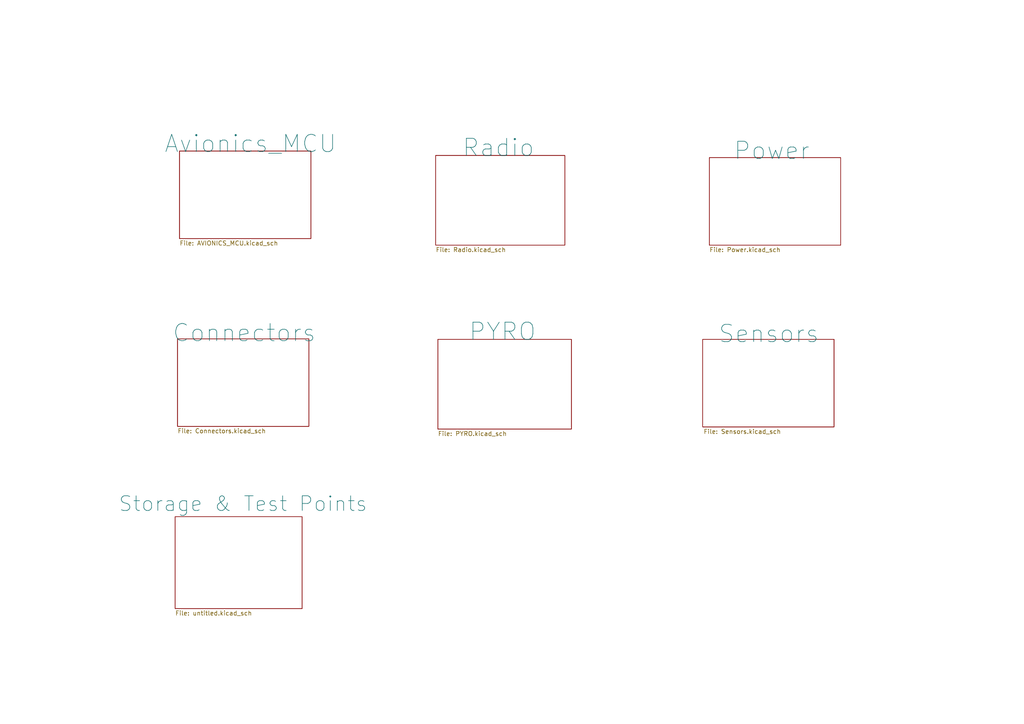
<source format=kicad_sch>
(kicad_sch (version 20230121) (generator eeschema)

  (uuid e63e39d7-6ac0-4ffd-8aa3-1841a4541b55)

  (paper "A4")

  (lib_symbols
  )


  (sheet (at 127 98.425) (size 38.735 26.035)
    (stroke (width 0.1524) (type solid))
    (fill (color 0 0 0 0.0000))
    (uuid 2a0f1452-d65a-414e-b9de-6629cceb2995)
    (property "Sheetname" "PYRO" (at 135.89 99.06 0)
      (effects (font (size 5 5)) (justify left bottom))
    )
    (property "Sheetfile" "PYRO.kicad_sch" (at 127 125.0446 0)
      (effects (font (size 1.27 1.27)) (justify left top))
    )
    (instances
      (project "AvionicsV0"
        (path "/e63e39d7-6ac0-4ffd-8aa3-1841a4541b55" (page "10"))
      )
    )
  )

  (sheet (at 205.74 45.72) (size 38.1 25.4)
    (stroke (width 0.1524) (type solid))
    (fill (color 0 0 0 0.0000))
    (uuid 67bc02c4-8903-4c53-b030-82afb6b77135)
    (property "Sheetname" "Power" (at 212.6996 46.5836 0)
      (effects (font (size 5 5)) (justify left bottom))
    )
    (property "Sheetfile" "Power.kicad_sch" (at 205.74 71.7046 0)
      (effects (font (size 1.27 1.27)) (justify left top))
    )
    (instances
      (project "AvionicsV0"
        (path "/e63e39d7-6ac0-4ffd-8aa3-1841a4541b55" (page "3"))
      )
    )
  )

  (sheet (at 51.4858 98.2726) (size 38.1 25.4)
    (stroke (width 0.1524) (type solid))
    (fill (color 0 0 0 0.0000))
    (uuid 948e17a4-3323-4e8b-8f06-cbf9d51cce76)
    (property "Sheetname" "Connectors" (at 49.911 99.441 0)
      (effects (font (size 5 5)) (justify left bottom))
    )
    (property "Sheetfile" "Connectors.kicad_sch" (at 51.4858 124.2572 0)
      (effects (font (size 1.27 1.27)) (justify left top))
    )
    (instances
      (project "AvionicsV0"
        (path "/e63e39d7-6ac0-4ffd-8aa3-1841a4541b55" (page "4"))
      )
    )
  )

  (sheet (at 126.365 45.085) (size 37.465 26.035)
    (stroke (width 0.1524) (type solid))
    (fill (color 0 0 0 0.0000))
    (uuid 9f1054fd-c7d0-45b6-8fa8-08cb2a240093)
    (property "Sheetname" "Radio" (at 133.985 45.72 0)
      (effects (font (size 5 5)) (justify left bottom))
    )
    (property "Sheetfile" "Radio.kicad_sch" (at 126.365 71.7046 0)
      (effects (font (size 1.27 1.27)) (justify left top))
    )
    (instances
      (project "AvionicsV0"
        (path "/e63e39d7-6ac0-4ffd-8aa3-1841a4541b55" (page "11"))
      )
    )
  )

  (sheet (at 203.8096 98.425) (size 38.1 25.4)
    (stroke (width 0.1524) (type solid))
    (fill (color 0 0 0 0.0000))
    (uuid d0780931-fd80-4887-ae40-469dcb55b038)
    (property "Sheetname" "Sensors" (at 208.2546 99.695 0)
      (effects (font (size 5 5)) (justify left bottom))
    )
    (property "Sheetfile" "Sensors.kicad_sch" (at 204.0382 124.4346 0)
      (effects (font (size 1.27 1.27)) (justify left top))
    )
    (instances
      (project "AvionicsV0"
        (path "/e63e39d7-6ac0-4ffd-8aa3-1841a4541b55" (page "6"))
      )
    )
  )

  (sheet (at 52.07 43.815) (size 38.1 25.4)
    (stroke (width 0.1524) (type solid))
    (fill (color 0 0 0 0.0000))
    (uuid d9ba60b6-3fda-4368-96cb-60680c4f91ef)
    (property "Sheetname" "Avionics_MCU" (at 47.5488 44.577 0)
      (effects (font (size 5 5)) (justify left bottom))
    )
    (property "Sheetfile" "AVIONICS_MCU.kicad_sch" (at 52.07 69.7996 0)
      (effects (font (size 1.27 1.27)) (justify left top))
    )
    (instances
      (project "AvionicsV0"
        (path "/e63e39d7-6ac0-4ffd-8aa3-1841a4541b55" (page "2"))
      )
    )
  )

  (sheet (at 50.8 149.86) (size 36.83 26.67)
    (stroke (width 0.1524) (type solid))
    (fill (color 0 0 0 0.0000))
    (uuid fe560797-7d9a-44b2-a446-e4f165a2bc7b)
    (property "Sheetname" "Storage & Test Points" (at 34.29 148.59 0)
      (effects (font (size 4.27 4.27)) (justify left bottom))
    )
    (property "Sheetfile" "untitled.kicad_sch" (at 50.8 177.1146 0)
      (effects (font (size 1.27 1.27)) (justify left top))
    )
    (instances
      (project "AvionicsV0"
        (path "/e63e39d7-6ac0-4ffd-8aa3-1841a4541b55" (page "11"))
      )
    )
  )

  (sheet_instances
    (path "/" (page "1"))
  )
)

</source>
